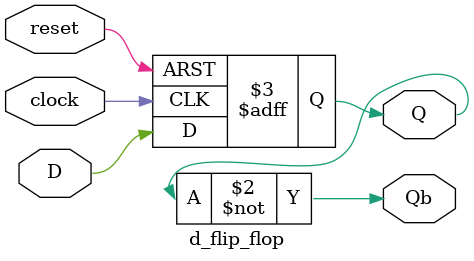
<source format=sv>
`timescale 1ns / 1ps



module d_flip_flop(Q, Qb, D, clock, reset);

output reg Q;
output Qb;
input D, clock, reset;

always @(posedge clock or posedge reset) begin
    if (reset)
        Q <= 1'b0;
    else
        Q <= D;
end

assign Qb = ~Q;

endmodule



</source>
